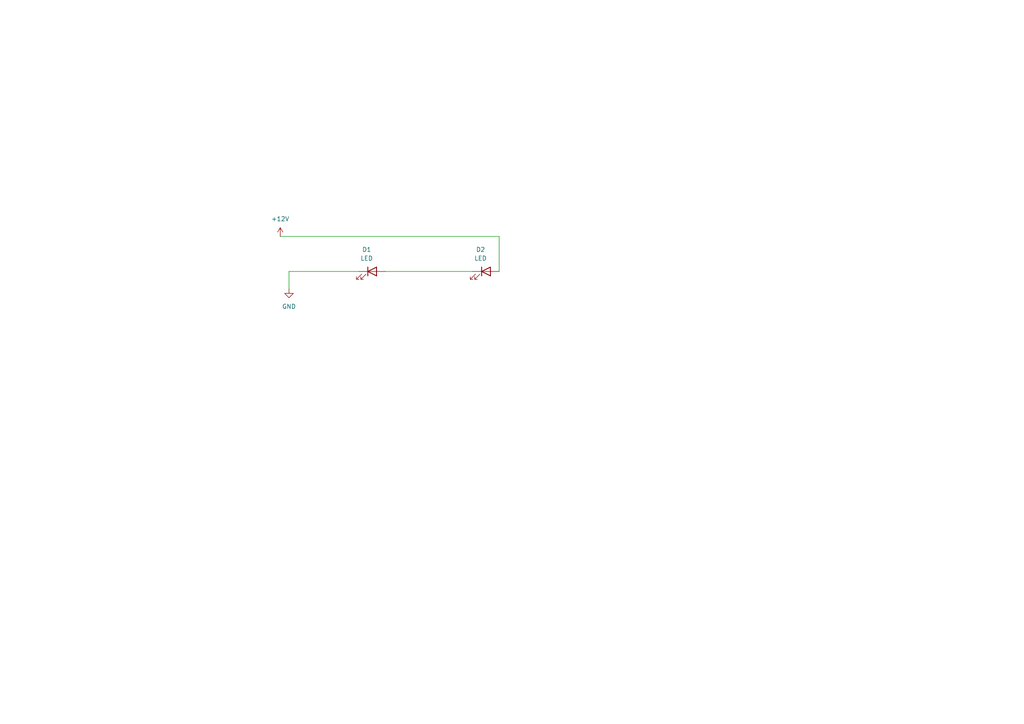
<source format=kicad_sch>
(kicad_sch (version 20211123) (generator eeschema)
  (paper "A4")
  (lib_symbols
    (symbol "Device:LED" (pin_numbers hide) (pin_names (offset 1.016) hide)
      (property "Reference" "D" (at 0 2.54 0))
      (property "Value" "LED" (at 0 -2.54 0))
      (symbol "LED_0_1"
        (polyline (pts (xy -1.27 -1.27) (xy -1.27 1.27)) (stroke (width 0.254)))
        (polyline (pts (xy -1.27 0) (xy 1.27 0)))
        (polyline (pts (xy 1.27 -1.27) (xy 1.27 1.27) (xy -1.27 0) (xy 1.27 -1.27)) (stroke (width 0.254)))
        (polyline (pts (xy -3.048 -0.762) (xy -4.572 -2.286) (xy -3.81 -2.286) (xy -4.572 -2.286) (xy -4.572 -1.524)))
        (polyline (pts (xy -1.778 -0.762) (xy -3.302 -2.286) (xy -2.54 -2.286) (xy -3.302 -2.286) (xy -3.302 -1.524)))
      )
      (symbol "LED_1_1"
        (pin passive line (at -3.81 0 0) (length 2.54) (name "K") (number "1"))
        (pin passive line (at 3.81 0 180) (length 2.54) (name "A") (number "2"))
      )
    )
    (symbol "power:+12V" (power) (pin_names (offset 0))
      (property "Value" "+12V" (at 0 3.556 0))
      (symbol "+12V_0_1"
        (polyline (pts (xy -0.762 1.27) (xy 0 2.54)))
        (polyline (pts (xy 0 0) (xy 0 2.54)))
        (polyline (pts (xy 0 2.54) (xy 0.762 1.27)))
      )
      (symbol "+12V_1_1"
        (pin power_in line (at 0 0 90) (length 0) hide (name "+12V") (number "1"))
      )
    )
    (symbol "power:GND" (power) (pin_names (offset 0))
      (property "Value" "GND" (at 0 -3.81 0))
      (symbol "GND_0_1"
        (polyline (pts (xy 0 0) (xy 0 -1.27) (xy 1.27 -1.27) (xy 0 -2.54) (xy -1.27 -1.27) (xy 0 -1.27)))
      )
      (symbol "GND_1_1"
        (pin power_in line (at 0 0 270) (length 0) hide (name "GND") (number "1"))
      )
    )
  )
  (wire (pts (xy 81.28 68.58) (xy 144.78 68.58)))
  (wire (pts (xy 104.14 78.74) (xy 83.82 78.74)))
  (wire (pts (xy 83.82 78.74) (xy 83.82 83.82)))
  (wire (pts (xy 111.76 78.74) (xy 137.16 78.74)))
  (wire (pts (xy 144.78 68.58) (xy 144.78 78.74)))
  (symbol (lib_id "Device:LED") (at 140.97 78.74 0) (unit 1)
    (property "Reference" "D2" (at 139.3825 72.39 0))
    (property "Value" "LED" (at 139.3825 74.93 0))
    (property "Footprint" "LED_THT:LED_D5.0mm-3" (effects hide))
  )
  (symbol (lib_id "Device:LED") (at 107.95 78.74 0) (unit 1)
    (property "Reference" "D1" (at 106.3625 72.39 0))
    (property "Value" "LED" (at 106.3625 74.93 0))
    (property "Footprint" "LED_THT:LED_D5.0mm-3" (effects hide))
  )
  (symbol (lib_id "power:GND") (at 83.82 83.82 0) (unit 1)
    (property "Reference" "#PWR0102" (effects hide))
    (property "Value" "GND" (at 83.82 88.9 0))
  )
  (symbol (lib_id "power:+12V") (at 81.28 68.58 0) (unit 1)
    (property "Reference" "#PWR0101" (effects hide))
    (property "Value" "+12V" (at 81.28 63.5 0))
  )
)
</source>
